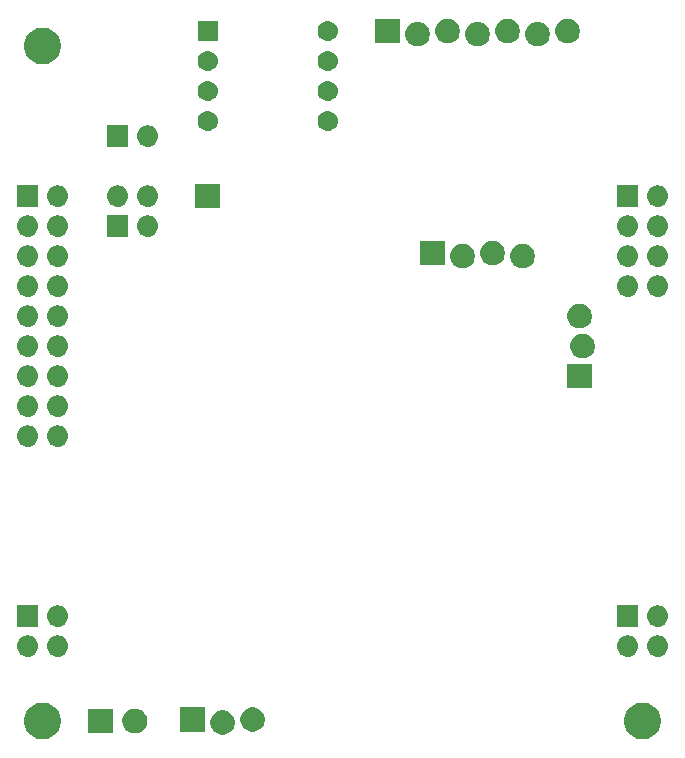
<source format=gbr>
G04 #@! TF.GenerationSoftware,KiCad,Pcbnew,5.1.0-060a0da~80~ubuntu18.10.1*
G04 #@! TF.CreationDate,2019-03-25T12:08:20+01:00*
G04 #@! TF.ProjectId,project-embeddedSystemDesign2,70726f6a-6563-4742-9d65-6d6265646465,rev?*
G04 #@! TF.SameCoordinates,Original*
G04 #@! TF.FileFunction,Soldermask,Bot*
G04 #@! TF.FilePolarity,Negative*
%FSLAX46Y46*%
G04 Gerber Fmt 4.6, Leading zero omitted, Abs format (unit mm)*
G04 Created by KiCad (PCBNEW 5.1.0-060a0da~80~ubuntu18.10.1) date 2019-03-25 12:08:20*
%MOMM*%
%LPD*%
G04 APERTURE LIST*
%ADD10C,0.100000*%
G04 APERTURE END LIST*
D10*
G36*
X152702585Y-98808802D02*
G01*
X152852410Y-98838604D01*
X153134674Y-98955521D01*
X153388705Y-99125259D01*
X153604741Y-99341295D01*
X153774479Y-99595326D01*
X153891396Y-99877590D01*
X153951000Y-100177240D01*
X153951000Y-100482760D01*
X153891396Y-100782410D01*
X153774479Y-101064674D01*
X153604741Y-101318705D01*
X153388705Y-101534741D01*
X153134674Y-101704479D01*
X152852410Y-101821396D01*
X152702585Y-101851198D01*
X152552761Y-101881000D01*
X152247239Y-101881000D01*
X152097415Y-101851198D01*
X151947590Y-101821396D01*
X151665326Y-101704479D01*
X151411295Y-101534741D01*
X151195259Y-101318705D01*
X151025521Y-101064674D01*
X150908604Y-100782410D01*
X150849000Y-100482760D01*
X150849000Y-100177240D01*
X150908604Y-99877590D01*
X151025521Y-99595326D01*
X151195259Y-99341295D01*
X151411295Y-99125259D01*
X151665326Y-98955521D01*
X151947590Y-98838604D01*
X152097415Y-98808802D01*
X152247239Y-98779000D01*
X152552761Y-98779000D01*
X152702585Y-98808802D01*
X152702585Y-98808802D01*
G37*
G36*
X101902585Y-98808802D02*
G01*
X102052410Y-98838604D01*
X102334674Y-98955521D01*
X102588705Y-99125259D01*
X102804741Y-99341295D01*
X102974479Y-99595326D01*
X103091396Y-99877590D01*
X103151000Y-100177240D01*
X103151000Y-100482760D01*
X103091396Y-100782410D01*
X102974479Y-101064674D01*
X102804741Y-101318705D01*
X102588705Y-101534741D01*
X102334674Y-101704479D01*
X102052410Y-101821396D01*
X101902585Y-101851198D01*
X101752761Y-101881000D01*
X101447239Y-101881000D01*
X101297415Y-101851198D01*
X101147590Y-101821396D01*
X100865326Y-101704479D01*
X100611295Y-101534741D01*
X100395259Y-101318705D01*
X100225521Y-101064674D01*
X100108604Y-100782410D01*
X100049000Y-100482760D01*
X100049000Y-100177240D01*
X100108604Y-99877590D01*
X100225521Y-99595326D01*
X100395259Y-99341295D01*
X100611295Y-99125259D01*
X100865326Y-98955521D01*
X101147590Y-98838604D01*
X101297415Y-98808802D01*
X101447239Y-98779000D01*
X101752761Y-98779000D01*
X101902585Y-98808802D01*
X101902585Y-98808802D01*
G37*
G36*
X117143765Y-99455620D02*
G01*
X117301829Y-99521092D01*
X117333288Y-99534123D01*
X117503854Y-99648092D01*
X117648908Y-99793146D01*
X117762877Y-99963712D01*
X117762878Y-99963714D01*
X117841380Y-100153235D01*
X117881400Y-100354430D01*
X117881400Y-100559570D01*
X117841380Y-100760765D01*
X117797437Y-100866854D01*
X117762877Y-100950288D01*
X117648908Y-101120854D01*
X117503854Y-101265908D01*
X117333288Y-101379877D01*
X117333287Y-101379878D01*
X117333286Y-101379878D01*
X117143765Y-101458380D01*
X116942570Y-101498400D01*
X116737430Y-101498400D01*
X116536235Y-101458380D01*
X116346714Y-101379878D01*
X116346713Y-101379878D01*
X116346712Y-101379877D01*
X116176146Y-101265908D01*
X116031092Y-101120854D01*
X115917123Y-100950288D01*
X115882564Y-100866854D01*
X115838620Y-100760765D01*
X115798600Y-100559570D01*
X115798600Y-100354430D01*
X115838620Y-100153235D01*
X115917122Y-99963714D01*
X115917123Y-99963712D01*
X116031092Y-99793146D01*
X116176146Y-99648092D01*
X116346712Y-99534123D01*
X116378172Y-99521092D01*
X116536235Y-99455620D01*
X116737430Y-99415600D01*
X116942570Y-99415600D01*
X117143765Y-99455620D01*
X117143765Y-99455620D01*
G37*
G36*
X109701565Y-99328620D02*
G01*
X109859629Y-99394092D01*
X109891088Y-99407123D01*
X110061654Y-99521092D01*
X110206708Y-99666146D01*
X110206709Y-99666148D01*
X110320678Y-99836714D01*
X110399180Y-100026235D01*
X110439200Y-100227430D01*
X110439200Y-100432570D01*
X110429216Y-100482761D01*
X110399180Y-100633765D01*
X110320677Y-100823288D01*
X110206708Y-100993854D01*
X110061654Y-101138908D01*
X109891088Y-101252877D01*
X109891087Y-101252878D01*
X109891086Y-101252878D01*
X109701565Y-101331380D01*
X109500370Y-101371400D01*
X109295230Y-101371400D01*
X109094035Y-101331380D01*
X108904514Y-101252878D01*
X108904513Y-101252878D01*
X108904512Y-101252877D01*
X108733946Y-101138908D01*
X108588892Y-100993854D01*
X108474923Y-100823288D01*
X108396420Y-100633765D01*
X108366384Y-100482761D01*
X108356400Y-100432570D01*
X108356400Y-100227430D01*
X108396420Y-100026235D01*
X108474922Y-99836714D01*
X108588891Y-99666148D01*
X108588892Y-99666146D01*
X108733946Y-99521092D01*
X108904512Y-99407123D01*
X108935972Y-99394092D01*
X109094035Y-99328620D01*
X109295230Y-99288600D01*
X109500370Y-99288600D01*
X109701565Y-99328620D01*
X109701565Y-99328620D01*
G37*
G36*
X107543600Y-101371400D02*
G01*
X105460800Y-101371400D01*
X105460800Y-99288600D01*
X107543600Y-99288600D01*
X107543600Y-101371400D01*
X107543600Y-101371400D01*
G37*
G36*
X115341400Y-101244400D02*
G01*
X113258600Y-101244400D01*
X113258600Y-99161600D01*
X115341400Y-99161600D01*
X115341400Y-101244400D01*
X115341400Y-101244400D01*
G37*
G36*
X119683765Y-99201620D02*
G01*
X119873288Y-99280123D01*
X120043854Y-99394092D01*
X120188908Y-99539146D01*
X120273767Y-99666146D01*
X120302878Y-99709714D01*
X120337437Y-99793148D01*
X120381380Y-99899235D01*
X120421400Y-100100431D01*
X120421400Y-100305569D01*
X120381380Y-100506765D01*
X120302877Y-100696288D01*
X120188908Y-100866854D01*
X120043854Y-101011908D01*
X119873288Y-101125877D01*
X119873287Y-101125878D01*
X119873286Y-101125878D01*
X119683765Y-101204380D01*
X119482570Y-101244400D01*
X119277430Y-101244400D01*
X119076235Y-101204380D01*
X118886714Y-101125878D01*
X118886713Y-101125878D01*
X118886712Y-101125877D01*
X118716146Y-101011908D01*
X118571092Y-100866854D01*
X118457123Y-100696288D01*
X118378620Y-100506765D01*
X118338600Y-100305569D01*
X118338600Y-100100431D01*
X118378620Y-99899235D01*
X118422563Y-99793148D01*
X118457122Y-99709714D01*
X118486233Y-99666146D01*
X118571092Y-99539146D01*
X118716146Y-99394092D01*
X118886712Y-99280123D01*
X119076235Y-99201620D01*
X119277430Y-99161600D01*
X119482570Y-99161600D01*
X119683765Y-99201620D01*
X119683765Y-99201620D01*
G37*
G36*
X102980443Y-93085519D02*
G01*
X103046627Y-93092037D01*
X103216466Y-93143557D01*
X103372991Y-93227222D01*
X103408729Y-93256552D01*
X103510186Y-93339814D01*
X103593448Y-93441271D01*
X103622778Y-93477009D01*
X103706443Y-93633534D01*
X103757963Y-93803373D01*
X103775359Y-93980000D01*
X103757963Y-94156627D01*
X103706443Y-94326466D01*
X103622778Y-94482991D01*
X103593448Y-94518729D01*
X103510186Y-94620186D01*
X103408729Y-94703448D01*
X103372991Y-94732778D01*
X103216466Y-94816443D01*
X103046627Y-94867963D01*
X102980443Y-94874481D01*
X102914260Y-94881000D01*
X102825740Y-94881000D01*
X102759557Y-94874481D01*
X102693373Y-94867963D01*
X102523534Y-94816443D01*
X102367009Y-94732778D01*
X102331271Y-94703448D01*
X102229814Y-94620186D01*
X102146552Y-94518729D01*
X102117222Y-94482991D01*
X102033557Y-94326466D01*
X101982037Y-94156627D01*
X101964641Y-93980000D01*
X101982037Y-93803373D01*
X102033557Y-93633534D01*
X102117222Y-93477009D01*
X102146552Y-93441271D01*
X102229814Y-93339814D01*
X102331271Y-93256552D01*
X102367009Y-93227222D01*
X102523534Y-93143557D01*
X102693373Y-93092037D01*
X102759557Y-93085519D01*
X102825740Y-93079000D01*
X102914260Y-93079000D01*
X102980443Y-93085519D01*
X102980443Y-93085519D01*
G37*
G36*
X151240443Y-93085519D02*
G01*
X151306627Y-93092037D01*
X151476466Y-93143557D01*
X151632991Y-93227222D01*
X151668729Y-93256552D01*
X151770186Y-93339814D01*
X151853448Y-93441271D01*
X151882778Y-93477009D01*
X151966443Y-93633534D01*
X152017963Y-93803373D01*
X152035359Y-93980000D01*
X152017963Y-94156627D01*
X151966443Y-94326466D01*
X151882778Y-94482991D01*
X151853448Y-94518729D01*
X151770186Y-94620186D01*
X151668729Y-94703448D01*
X151632991Y-94732778D01*
X151476466Y-94816443D01*
X151306627Y-94867963D01*
X151240443Y-94874481D01*
X151174260Y-94881000D01*
X151085740Y-94881000D01*
X151019557Y-94874481D01*
X150953373Y-94867963D01*
X150783534Y-94816443D01*
X150627009Y-94732778D01*
X150591271Y-94703448D01*
X150489814Y-94620186D01*
X150406552Y-94518729D01*
X150377222Y-94482991D01*
X150293557Y-94326466D01*
X150242037Y-94156627D01*
X150224641Y-93980000D01*
X150242037Y-93803373D01*
X150293557Y-93633534D01*
X150377222Y-93477009D01*
X150406552Y-93441271D01*
X150489814Y-93339814D01*
X150591271Y-93256552D01*
X150627009Y-93227222D01*
X150783534Y-93143557D01*
X150953373Y-93092037D01*
X151019557Y-93085519D01*
X151085740Y-93079000D01*
X151174260Y-93079000D01*
X151240443Y-93085519D01*
X151240443Y-93085519D01*
G37*
G36*
X153780443Y-93085519D02*
G01*
X153846627Y-93092037D01*
X154016466Y-93143557D01*
X154172991Y-93227222D01*
X154208729Y-93256552D01*
X154310186Y-93339814D01*
X154393448Y-93441271D01*
X154422778Y-93477009D01*
X154506443Y-93633534D01*
X154557963Y-93803373D01*
X154575359Y-93980000D01*
X154557963Y-94156627D01*
X154506443Y-94326466D01*
X154422778Y-94482991D01*
X154393448Y-94518729D01*
X154310186Y-94620186D01*
X154208729Y-94703448D01*
X154172991Y-94732778D01*
X154016466Y-94816443D01*
X153846627Y-94867963D01*
X153780443Y-94874481D01*
X153714260Y-94881000D01*
X153625740Y-94881000D01*
X153559557Y-94874481D01*
X153493373Y-94867963D01*
X153323534Y-94816443D01*
X153167009Y-94732778D01*
X153131271Y-94703448D01*
X153029814Y-94620186D01*
X152946552Y-94518729D01*
X152917222Y-94482991D01*
X152833557Y-94326466D01*
X152782037Y-94156627D01*
X152764641Y-93980000D01*
X152782037Y-93803373D01*
X152833557Y-93633534D01*
X152917222Y-93477009D01*
X152946552Y-93441271D01*
X153029814Y-93339814D01*
X153131271Y-93256552D01*
X153167009Y-93227222D01*
X153323534Y-93143557D01*
X153493373Y-93092037D01*
X153559557Y-93085519D01*
X153625740Y-93079000D01*
X153714260Y-93079000D01*
X153780443Y-93085519D01*
X153780443Y-93085519D01*
G37*
G36*
X100440443Y-93085519D02*
G01*
X100506627Y-93092037D01*
X100676466Y-93143557D01*
X100832991Y-93227222D01*
X100868729Y-93256552D01*
X100970186Y-93339814D01*
X101053448Y-93441271D01*
X101082778Y-93477009D01*
X101166443Y-93633534D01*
X101217963Y-93803373D01*
X101235359Y-93980000D01*
X101217963Y-94156627D01*
X101166443Y-94326466D01*
X101082778Y-94482991D01*
X101053448Y-94518729D01*
X100970186Y-94620186D01*
X100868729Y-94703448D01*
X100832991Y-94732778D01*
X100676466Y-94816443D01*
X100506627Y-94867963D01*
X100440443Y-94874481D01*
X100374260Y-94881000D01*
X100285740Y-94881000D01*
X100219557Y-94874481D01*
X100153373Y-94867963D01*
X99983534Y-94816443D01*
X99827009Y-94732778D01*
X99791271Y-94703448D01*
X99689814Y-94620186D01*
X99606552Y-94518729D01*
X99577222Y-94482991D01*
X99493557Y-94326466D01*
X99442037Y-94156627D01*
X99424641Y-93980000D01*
X99442037Y-93803373D01*
X99493557Y-93633534D01*
X99577222Y-93477009D01*
X99606552Y-93441271D01*
X99689814Y-93339814D01*
X99791271Y-93256552D01*
X99827009Y-93227222D01*
X99983534Y-93143557D01*
X100153373Y-93092037D01*
X100219557Y-93085519D01*
X100285740Y-93079000D01*
X100374260Y-93079000D01*
X100440443Y-93085519D01*
X100440443Y-93085519D01*
G37*
G36*
X101231000Y-92341000D02*
G01*
X99429000Y-92341000D01*
X99429000Y-90539000D01*
X101231000Y-90539000D01*
X101231000Y-92341000D01*
X101231000Y-92341000D01*
G37*
G36*
X102980443Y-90545519D02*
G01*
X103046627Y-90552037D01*
X103216466Y-90603557D01*
X103372991Y-90687222D01*
X103408729Y-90716552D01*
X103510186Y-90799814D01*
X103593448Y-90901271D01*
X103622778Y-90937009D01*
X103706443Y-91093534D01*
X103757963Y-91263373D01*
X103775359Y-91440000D01*
X103757963Y-91616627D01*
X103706443Y-91786466D01*
X103622778Y-91942991D01*
X103593448Y-91978729D01*
X103510186Y-92080186D01*
X103408729Y-92163448D01*
X103372991Y-92192778D01*
X103216466Y-92276443D01*
X103046627Y-92327963D01*
X102980443Y-92334481D01*
X102914260Y-92341000D01*
X102825740Y-92341000D01*
X102759557Y-92334481D01*
X102693373Y-92327963D01*
X102523534Y-92276443D01*
X102367009Y-92192778D01*
X102331271Y-92163448D01*
X102229814Y-92080186D01*
X102146552Y-91978729D01*
X102117222Y-91942991D01*
X102033557Y-91786466D01*
X101982037Y-91616627D01*
X101964641Y-91440000D01*
X101982037Y-91263373D01*
X102033557Y-91093534D01*
X102117222Y-90937009D01*
X102146552Y-90901271D01*
X102229814Y-90799814D01*
X102331271Y-90716552D01*
X102367009Y-90687222D01*
X102523534Y-90603557D01*
X102693373Y-90552037D01*
X102759557Y-90545519D01*
X102825740Y-90539000D01*
X102914260Y-90539000D01*
X102980443Y-90545519D01*
X102980443Y-90545519D01*
G37*
G36*
X152031000Y-92341000D02*
G01*
X150229000Y-92341000D01*
X150229000Y-90539000D01*
X152031000Y-90539000D01*
X152031000Y-92341000D01*
X152031000Y-92341000D01*
G37*
G36*
X153780443Y-90545519D02*
G01*
X153846627Y-90552037D01*
X154016466Y-90603557D01*
X154172991Y-90687222D01*
X154208729Y-90716552D01*
X154310186Y-90799814D01*
X154393448Y-90901271D01*
X154422778Y-90937009D01*
X154506443Y-91093534D01*
X154557963Y-91263373D01*
X154575359Y-91440000D01*
X154557963Y-91616627D01*
X154506443Y-91786466D01*
X154422778Y-91942991D01*
X154393448Y-91978729D01*
X154310186Y-92080186D01*
X154208729Y-92163448D01*
X154172991Y-92192778D01*
X154016466Y-92276443D01*
X153846627Y-92327963D01*
X153780443Y-92334481D01*
X153714260Y-92341000D01*
X153625740Y-92341000D01*
X153559557Y-92334481D01*
X153493373Y-92327963D01*
X153323534Y-92276443D01*
X153167009Y-92192778D01*
X153131271Y-92163448D01*
X153029814Y-92080186D01*
X152946552Y-91978729D01*
X152917222Y-91942991D01*
X152833557Y-91786466D01*
X152782037Y-91616627D01*
X152764641Y-91440000D01*
X152782037Y-91263373D01*
X152833557Y-91093534D01*
X152917222Y-90937009D01*
X152946552Y-90901271D01*
X153029814Y-90799814D01*
X153131271Y-90716552D01*
X153167009Y-90687222D01*
X153323534Y-90603557D01*
X153493373Y-90552037D01*
X153559557Y-90545519D01*
X153625740Y-90539000D01*
X153714260Y-90539000D01*
X153780443Y-90545519D01*
X153780443Y-90545519D01*
G37*
G36*
X102980442Y-75305518D02*
G01*
X103046627Y-75312037D01*
X103216466Y-75363557D01*
X103372991Y-75447222D01*
X103408729Y-75476552D01*
X103510186Y-75559814D01*
X103593448Y-75661271D01*
X103622778Y-75697009D01*
X103706443Y-75853534D01*
X103757963Y-76023373D01*
X103775359Y-76200000D01*
X103757963Y-76376627D01*
X103706443Y-76546466D01*
X103622778Y-76702991D01*
X103593448Y-76738729D01*
X103510186Y-76840186D01*
X103408729Y-76923448D01*
X103372991Y-76952778D01*
X103216466Y-77036443D01*
X103046627Y-77087963D01*
X102980442Y-77094482D01*
X102914260Y-77101000D01*
X102825740Y-77101000D01*
X102759558Y-77094482D01*
X102693373Y-77087963D01*
X102523534Y-77036443D01*
X102367009Y-76952778D01*
X102331271Y-76923448D01*
X102229814Y-76840186D01*
X102146552Y-76738729D01*
X102117222Y-76702991D01*
X102033557Y-76546466D01*
X101982037Y-76376627D01*
X101964641Y-76200000D01*
X101982037Y-76023373D01*
X102033557Y-75853534D01*
X102117222Y-75697009D01*
X102146552Y-75661271D01*
X102229814Y-75559814D01*
X102331271Y-75476552D01*
X102367009Y-75447222D01*
X102523534Y-75363557D01*
X102693373Y-75312037D01*
X102759558Y-75305518D01*
X102825740Y-75299000D01*
X102914260Y-75299000D01*
X102980442Y-75305518D01*
X102980442Y-75305518D01*
G37*
G36*
X100440442Y-75305518D02*
G01*
X100506627Y-75312037D01*
X100676466Y-75363557D01*
X100832991Y-75447222D01*
X100868729Y-75476552D01*
X100970186Y-75559814D01*
X101053448Y-75661271D01*
X101082778Y-75697009D01*
X101166443Y-75853534D01*
X101217963Y-76023373D01*
X101235359Y-76200000D01*
X101217963Y-76376627D01*
X101166443Y-76546466D01*
X101082778Y-76702991D01*
X101053448Y-76738729D01*
X100970186Y-76840186D01*
X100868729Y-76923448D01*
X100832991Y-76952778D01*
X100676466Y-77036443D01*
X100506627Y-77087963D01*
X100440442Y-77094482D01*
X100374260Y-77101000D01*
X100285740Y-77101000D01*
X100219558Y-77094482D01*
X100153373Y-77087963D01*
X99983534Y-77036443D01*
X99827009Y-76952778D01*
X99791271Y-76923448D01*
X99689814Y-76840186D01*
X99606552Y-76738729D01*
X99577222Y-76702991D01*
X99493557Y-76546466D01*
X99442037Y-76376627D01*
X99424641Y-76200000D01*
X99442037Y-76023373D01*
X99493557Y-75853534D01*
X99577222Y-75697009D01*
X99606552Y-75661271D01*
X99689814Y-75559814D01*
X99791271Y-75476552D01*
X99827009Y-75447222D01*
X99983534Y-75363557D01*
X100153373Y-75312037D01*
X100219558Y-75305518D01*
X100285740Y-75299000D01*
X100374260Y-75299000D01*
X100440442Y-75305518D01*
X100440442Y-75305518D01*
G37*
G36*
X102980442Y-72765518D02*
G01*
X103046627Y-72772037D01*
X103216466Y-72823557D01*
X103372991Y-72907222D01*
X103408729Y-72936552D01*
X103510186Y-73019814D01*
X103593448Y-73121271D01*
X103622778Y-73157009D01*
X103706443Y-73313534D01*
X103757963Y-73483373D01*
X103775359Y-73660000D01*
X103757963Y-73836627D01*
X103706443Y-74006466D01*
X103622778Y-74162991D01*
X103593448Y-74198729D01*
X103510186Y-74300186D01*
X103408729Y-74383448D01*
X103372991Y-74412778D01*
X103216466Y-74496443D01*
X103046627Y-74547963D01*
X102980442Y-74554482D01*
X102914260Y-74561000D01*
X102825740Y-74561000D01*
X102759558Y-74554482D01*
X102693373Y-74547963D01*
X102523534Y-74496443D01*
X102367009Y-74412778D01*
X102331271Y-74383448D01*
X102229814Y-74300186D01*
X102146552Y-74198729D01*
X102117222Y-74162991D01*
X102033557Y-74006466D01*
X101982037Y-73836627D01*
X101964641Y-73660000D01*
X101982037Y-73483373D01*
X102033557Y-73313534D01*
X102117222Y-73157009D01*
X102146552Y-73121271D01*
X102229814Y-73019814D01*
X102331271Y-72936552D01*
X102367009Y-72907222D01*
X102523534Y-72823557D01*
X102693373Y-72772037D01*
X102759558Y-72765518D01*
X102825740Y-72759000D01*
X102914260Y-72759000D01*
X102980442Y-72765518D01*
X102980442Y-72765518D01*
G37*
G36*
X100440442Y-72765518D02*
G01*
X100506627Y-72772037D01*
X100676466Y-72823557D01*
X100832991Y-72907222D01*
X100868729Y-72936552D01*
X100970186Y-73019814D01*
X101053448Y-73121271D01*
X101082778Y-73157009D01*
X101166443Y-73313534D01*
X101217963Y-73483373D01*
X101235359Y-73660000D01*
X101217963Y-73836627D01*
X101166443Y-74006466D01*
X101082778Y-74162991D01*
X101053448Y-74198729D01*
X100970186Y-74300186D01*
X100868729Y-74383448D01*
X100832991Y-74412778D01*
X100676466Y-74496443D01*
X100506627Y-74547963D01*
X100440442Y-74554482D01*
X100374260Y-74561000D01*
X100285740Y-74561000D01*
X100219558Y-74554482D01*
X100153373Y-74547963D01*
X99983534Y-74496443D01*
X99827009Y-74412778D01*
X99791271Y-74383448D01*
X99689814Y-74300186D01*
X99606552Y-74198729D01*
X99577222Y-74162991D01*
X99493557Y-74006466D01*
X99442037Y-73836627D01*
X99424641Y-73660000D01*
X99442037Y-73483373D01*
X99493557Y-73313534D01*
X99577222Y-73157009D01*
X99606552Y-73121271D01*
X99689814Y-73019814D01*
X99791271Y-72936552D01*
X99827009Y-72907222D01*
X99983534Y-72823557D01*
X100153373Y-72772037D01*
X100219558Y-72765518D01*
X100285740Y-72759000D01*
X100374260Y-72759000D01*
X100440442Y-72765518D01*
X100440442Y-72765518D01*
G37*
G36*
X148107400Y-72161400D02*
G01*
X146024600Y-72161400D01*
X146024600Y-70078600D01*
X148107400Y-70078600D01*
X148107400Y-72161400D01*
X148107400Y-72161400D01*
G37*
G36*
X102980442Y-70225518D02*
G01*
X103046627Y-70232037D01*
X103216466Y-70283557D01*
X103372991Y-70367222D01*
X103408729Y-70396552D01*
X103510186Y-70479814D01*
X103593448Y-70581271D01*
X103622778Y-70617009D01*
X103706443Y-70773534D01*
X103757963Y-70943373D01*
X103775359Y-71120000D01*
X103757963Y-71296627D01*
X103706443Y-71466466D01*
X103622778Y-71622991D01*
X103593448Y-71658729D01*
X103510186Y-71760186D01*
X103408729Y-71843448D01*
X103372991Y-71872778D01*
X103216466Y-71956443D01*
X103046627Y-72007963D01*
X102980443Y-72014481D01*
X102914260Y-72021000D01*
X102825740Y-72021000D01*
X102759557Y-72014481D01*
X102693373Y-72007963D01*
X102523534Y-71956443D01*
X102367009Y-71872778D01*
X102331271Y-71843448D01*
X102229814Y-71760186D01*
X102146552Y-71658729D01*
X102117222Y-71622991D01*
X102033557Y-71466466D01*
X101982037Y-71296627D01*
X101964641Y-71120000D01*
X101982037Y-70943373D01*
X102033557Y-70773534D01*
X102117222Y-70617009D01*
X102146552Y-70581271D01*
X102229814Y-70479814D01*
X102331271Y-70396552D01*
X102367009Y-70367222D01*
X102523534Y-70283557D01*
X102693373Y-70232037D01*
X102759558Y-70225518D01*
X102825740Y-70219000D01*
X102914260Y-70219000D01*
X102980442Y-70225518D01*
X102980442Y-70225518D01*
G37*
G36*
X100440442Y-70225518D02*
G01*
X100506627Y-70232037D01*
X100676466Y-70283557D01*
X100832991Y-70367222D01*
X100868729Y-70396552D01*
X100970186Y-70479814D01*
X101053448Y-70581271D01*
X101082778Y-70617009D01*
X101166443Y-70773534D01*
X101217963Y-70943373D01*
X101235359Y-71120000D01*
X101217963Y-71296627D01*
X101166443Y-71466466D01*
X101082778Y-71622991D01*
X101053448Y-71658729D01*
X100970186Y-71760186D01*
X100868729Y-71843448D01*
X100832991Y-71872778D01*
X100676466Y-71956443D01*
X100506627Y-72007963D01*
X100440443Y-72014481D01*
X100374260Y-72021000D01*
X100285740Y-72021000D01*
X100219557Y-72014481D01*
X100153373Y-72007963D01*
X99983534Y-71956443D01*
X99827009Y-71872778D01*
X99791271Y-71843448D01*
X99689814Y-71760186D01*
X99606552Y-71658729D01*
X99577222Y-71622991D01*
X99493557Y-71466466D01*
X99442037Y-71296627D01*
X99424641Y-71120000D01*
X99442037Y-70943373D01*
X99493557Y-70773534D01*
X99577222Y-70617009D01*
X99606552Y-70581271D01*
X99689814Y-70479814D01*
X99791271Y-70396552D01*
X99827009Y-70367222D01*
X99983534Y-70283557D01*
X100153373Y-70232037D01*
X100219558Y-70225518D01*
X100285740Y-70219000D01*
X100374260Y-70219000D01*
X100440442Y-70225518D01*
X100440442Y-70225518D01*
G37*
G36*
X147623765Y-67578620D02*
G01*
X147813288Y-67657123D01*
X147983854Y-67771092D01*
X148128908Y-67916146D01*
X148236395Y-68077011D01*
X148242878Y-68086714D01*
X148321380Y-68276235D01*
X148361400Y-68477430D01*
X148361400Y-68682570D01*
X148346669Y-68756627D01*
X148321380Y-68883765D01*
X148242877Y-69073288D01*
X148128908Y-69243854D01*
X147983854Y-69388908D01*
X147813288Y-69502877D01*
X147813287Y-69502878D01*
X147813286Y-69502878D01*
X147623765Y-69581380D01*
X147422570Y-69621400D01*
X147217430Y-69621400D01*
X147016235Y-69581380D01*
X146826714Y-69502878D01*
X146826713Y-69502878D01*
X146826712Y-69502877D01*
X146656146Y-69388908D01*
X146511092Y-69243854D01*
X146397123Y-69073288D01*
X146318620Y-68883765D01*
X146293331Y-68756627D01*
X146278600Y-68682570D01*
X146278600Y-68477430D01*
X146318620Y-68276235D01*
X146397122Y-68086714D01*
X146403605Y-68077011D01*
X146511092Y-67916146D01*
X146656146Y-67771092D01*
X146826712Y-67657123D01*
X147016235Y-67578620D01*
X147217430Y-67538600D01*
X147422570Y-67538600D01*
X147623765Y-67578620D01*
X147623765Y-67578620D01*
G37*
G36*
X100440443Y-67685519D02*
G01*
X100506627Y-67692037D01*
X100676466Y-67743557D01*
X100832991Y-67827222D01*
X100868729Y-67856552D01*
X100970186Y-67939814D01*
X101053448Y-68041271D01*
X101082778Y-68077009D01*
X101166443Y-68233534D01*
X101217963Y-68403373D01*
X101235359Y-68580000D01*
X101217963Y-68756627D01*
X101166443Y-68926466D01*
X101082778Y-69082991D01*
X101053448Y-69118729D01*
X100970186Y-69220186D01*
X100868729Y-69303448D01*
X100832991Y-69332778D01*
X100676466Y-69416443D01*
X100506627Y-69467963D01*
X100440442Y-69474482D01*
X100374260Y-69481000D01*
X100285740Y-69481000D01*
X100219558Y-69474482D01*
X100153373Y-69467963D01*
X99983534Y-69416443D01*
X99827009Y-69332778D01*
X99791271Y-69303448D01*
X99689814Y-69220186D01*
X99606552Y-69118729D01*
X99577222Y-69082991D01*
X99493557Y-68926466D01*
X99442037Y-68756627D01*
X99424641Y-68580000D01*
X99442037Y-68403373D01*
X99493557Y-68233534D01*
X99577222Y-68077009D01*
X99606552Y-68041271D01*
X99689814Y-67939814D01*
X99791271Y-67856552D01*
X99827009Y-67827222D01*
X99983534Y-67743557D01*
X100153373Y-67692037D01*
X100219557Y-67685519D01*
X100285740Y-67679000D01*
X100374260Y-67679000D01*
X100440443Y-67685519D01*
X100440443Y-67685519D01*
G37*
G36*
X102980443Y-67685519D02*
G01*
X103046627Y-67692037D01*
X103216466Y-67743557D01*
X103372991Y-67827222D01*
X103408729Y-67856552D01*
X103510186Y-67939814D01*
X103593448Y-68041271D01*
X103622778Y-68077009D01*
X103706443Y-68233534D01*
X103757963Y-68403373D01*
X103775359Y-68580000D01*
X103757963Y-68756627D01*
X103706443Y-68926466D01*
X103622778Y-69082991D01*
X103593448Y-69118729D01*
X103510186Y-69220186D01*
X103408729Y-69303448D01*
X103372991Y-69332778D01*
X103216466Y-69416443D01*
X103046627Y-69467963D01*
X102980442Y-69474482D01*
X102914260Y-69481000D01*
X102825740Y-69481000D01*
X102759558Y-69474482D01*
X102693373Y-69467963D01*
X102523534Y-69416443D01*
X102367009Y-69332778D01*
X102331271Y-69303448D01*
X102229814Y-69220186D01*
X102146552Y-69118729D01*
X102117222Y-69082991D01*
X102033557Y-68926466D01*
X101982037Y-68756627D01*
X101964641Y-68580000D01*
X101982037Y-68403373D01*
X102033557Y-68233534D01*
X102117222Y-68077009D01*
X102146552Y-68041271D01*
X102229814Y-67939814D01*
X102331271Y-67856552D01*
X102367009Y-67827222D01*
X102523534Y-67743557D01*
X102693373Y-67692037D01*
X102759557Y-67685519D01*
X102825740Y-67679000D01*
X102914260Y-67679000D01*
X102980443Y-67685519D01*
X102980443Y-67685519D01*
G37*
G36*
X147369765Y-65038620D02*
G01*
X147559288Y-65117123D01*
X147729854Y-65231092D01*
X147874908Y-65376146D01*
X147982395Y-65537011D01*
X147988878Y-65546714D01*
X148067380Y-65736235D01*
X148107400Y-65937430D01*
X148107400Y-66142570D01*
X148092669Y-66216627D01*
X148067380Y-66343765D01*
X147988877Y-66533288D01*
X147874908Y-66703854D01*
X147729854Y-66848908D01*
X147559288Y-66962877D01*
X147559287Y-66962878D01*
X147559286Y-66962878D01*
X147369765Y-67041380D01*
X147168570Y-67081400D01*
X146963430Y-67081400D01*
X146762235Y-67041380D01*
X146572714Y-66962878D01*
X146572713Y-66962878D01*
X146572712Y-66962877D01*
X146402146Y-66848908D01*
X146257092Y-66703854D01*
X146143123Y-66533288D01*
X146064620Y-66343765D01*
X146039331Y-66216627D01*
X146024600Y-66142570D01*
X146024600Y-65937430D01*
X146064620Y-65736235D01*
X146143122Y-65546714D01*
X146149605Y-65537011D01*
X146257092Y-65376146D01*
X146402146Y-65231092D01*
X146572712Y-65117123D01*
X146762235Y-65038620D01*
X146963430Y-64998600D01*
X147168570Y-64998600D01*
X147369765Y-65038620D01*
X147369765Y-65038620D01*
G37*
G36*
X100440442Y-65145518D02*
G01*
X100506627Y-65152037D01*
X100676466Y-65203557D01*
X100832991Y-65287222D01*
X100868729Y-65316552D01*
X100970186Y-65399814D01*
X101053448Y-65501271D01*
X101082778Y-65537009D01*
X101166443Y-65693534D01*
X101217963Y-65863373D01*
X101235359Y-66040000D01*
X101217963Y-66216627D01*
X101166443Y-66386466D01*
X101082778Y-66542991D01*
X101053448Y-66578729D01*
X100970186Y-66680186D01*
X100868729Y-66763448D01*
X100832991Y-66792778D01*
X100676466Y-66876443D01*
X100506627Y-66927963D01*
X100440442Y-66934482D01*
X100374260Y-66941000D01*
X100285740Y-66941000D01*
X100219558Y-66934482D01*
X100153373Y-66927963D01*
X99983534Y-66876443D01*
X99827009Y-66792778D01*
X99791271Y-66763448D01*
X99689814Y-66680186D01*
X99606552Y-66578729D01*
X99577222Y-66542991D01*
X99493557Y-66386466D01*
X99442037Y-66216627D01*
X99424641Y-66040000D01*
X99442037Y-65863373D01*
X99493557Y-65693534D01*
X99577222Y-65537009D01*
X99606552Y-65501271D01*
X99689814Y-65399814D01*
X99791271Y-65316552D01*
X99827009Y-65287222D01*
X99983534Y-65203557D01*
X100153373Y-65152037D01*
X100219558Y-65145518D01*
X100285740Y-65139000D01*
X100374260Y-65139000D01*
X100440442Y-65145518D01*
X100440442Y-65145518D01*
G37*
G36*
X102980442Y-65145518D02*
G01*
X103046627Y-65152037D01*
X103216466Y-65203557D01*
X103372991Y-65287222D01*
X103408729Y-65316552D01*
X103510186Y-65399814D01*
X103593448Y-65501271D01*
X103622778Y-65537009D01*
X103706443Y-65693534D01*
X103757963Y-65863373D01*
X103775359Y-66040000D01*
X103757963Y-66216627D01*
X103706443Y-66386466D01*
X103622778Y-66542991D01*
X103593448Y-66578729D01*
X103510186Y-66680186D01*
X103408729Y-66763448D01*
X103372991Y-66792778D01*
X103216466Y-66876443D01*
X103046627Y-66927963D01*
X102980442Y-66934482D01*
X102914260Y-66941000D01*
X102825740Y-66941000D01*
X102759558Y-66934482D01*
X102693373Y-66927963D01*
X102523534Y-66876443D01*
X102367009Y-66792778D01*
X102331271Y-66763448D01*
X102229814Y-66680186D01*
X102146552Y-66578729D01*
X102117222Y-66542991D01*
X102033557Y-66386466D01*
X101982037Y-66216627D01*
X101964641Y-66040000D01*
X101982037Y-65863373D01*
X102033557Y-65693534D01*
X102117222Y-65537009D01*
X102146552Y-65501271D01*
X102229814Y-65399814D01*
X102331271Y-65316552D01*
X102367009Y-65287222D01*
X102523534Y-65203557D01*
X102693373Y-65152037D01*
X102759558Y-65145518D01*
X102825740Y-65139000D01*
X102914260Y-65139000D01*
X102980442Y-65145518D01*
X102980442Y-65145518D01*
G37*
G36*
X151240442Y-62605518D02*
G01*
X151306627Y-62612037D01*
X151476466Y-62663557D01*
X151632991Y-62747222D01*
X151668729Y-62776552D01*
X151770186Y-62859814D01*
X151853448Y-62961271D01*
X151882778Y-62997009D01*
X151966443Y-63153534D01*
X152017963Y-63323373D01*
X152035359Y-63500000D01*
X152017963Y-63676627D01*
X151966443Y-63846466D01*
X151882778Y-64002991D01*
X151853448Y-64038729D01*
X151770186Y-64140186D01*
X151668729Y-64223448D01*
X151632991Y-64252778D01*
X151476466Y-64336443D01*
X151306627Y-64387963D01*
X151240442Y-64394482D01*
X151174260Y-64401000D01*
X151085740Y-64401000D01*
X151019558Y-64394482D01*
X150953373Y-64387963D01*
X150783534Y-64336443D01*
X150627009Y-64252778D01*
X150591271Y-64223448D01*
X150489814Y-64140186D01*
X150406552Y-64038729D01*
X150377222Y-64002991D01*
X150293557Y-63846466D01*
X150242037Y-63676627D01*
X150224641Y-63500000D01*
X150242037Y-63323373D01*
X150293557Y-63153534D01*
X150377222Y-62997009D01*
X150406552Y-62961271D01*
X150489814Y-62859814D01*
X150591271Y-62776552D01*
X150627009Y-62747222D01*
X150783534Y-62663557D01*
X150953373Y-62612037D01*
X151019558Y-62605518D01*
X151085740Y-62599000D01*
X151174260Y-62599000D01*
X151240442Y-62605518D01*
X151240442Y-62605518D01*
G37*
G36*
X153780442Y-62605518D02*
G01*
X153846627Y-62612037D01*
X154016466Y-62663557D01*
X154172991Y-62747222D01*
X154208729Y-62776552D01*
X154310186Y-62859814D01*
X154393448Y-62961271D01*
X154422778Y-62997009D01*
X154506443Y-63153534D01*
X154557963Y-63323373D01*
X154575359Y-63500000D01*
X154557963Y-63676627D01*
X154506443Y-63846466D01*
X154422778Y-64002991D01*
X154393448Y-64038729D01*
X154310186Y-64140186D01*
X154208729Y-64223448D01*
X154172991Y-64252778D01*
X154016466Y-64336443D01*
X153846627Y-64387963D01*
X153780442Y-64394482D01*
X153714260Y-64401000D01*
X153625740Y-64401000D01*
X153559558Y-64394482D01*
X153493373Y-64387963D01*
X153323534Y-64336443D01*
X153167009Y-64252778D01*
X153131271Y-64223448D01*
X153029814Y-64140186D01*
X152946552Y-64038729D01*
X152917222Y-64002991D01*
X152833557Y-63846466D01*
X152782037Y-63676627D01*
X152764641Y-63500000D01*
X152782037Y-63323373D01*
X152833557Y-63153534D01*
X152917222Y-62997009D01*
X152946552Y-62961271D01*
X153029814Y-62859814D01*
X153131271Y-62776552D01*
X153167009Y-62747222D01*
X153323534Y-62663557D01*
X153493373Y-62612037D01*
X153559558Y-62605518D01*
X153625740Y-62599000D01*
X153714260Y-62599000D01*
X153780442Y-62605518D01*
X153780442Y-62605518D01*
G37*
G36*
X102980442Y-62605518D02*
G01*
X103046627Y-62612037D01*
X103216466Y-62663557D01*
X103372991Y-62747222D01*
X103408729Y-62776552D01*
X103510186Y-62859814D01*
X103593448Y-62961271D01*
X103622778Y-62997009D01*
X103706443Y-63153534D01*
X103757963Y-63323373D01*
X103775359Y-63500000D01*
X103757963Y-63676627D01*
X103706443Y-63846466D01*
X103622778Y-64002991D01*
X103593448Y-64038729D01*
X103510186Y-64140186D01*
X103408729Y-64223448D01*
X103372991Y-64252778D01*
X103216466Y-64336443D01*
X103046627Y-64387963D01*
X102980442Y-64394482D01*
X102914260Y-64401000D01*
X102825740Y-64401000D01*
X102759558Y-64394482D01*
X102693373Y-64387963D01*
X102523534Y-64336443D01*
X102367009Y-64252778D01*
X102331271Y-64223448D01*
X102229814Y-64140186D01*
X102146552Y-64038729D01*
X102117222Y-64002991D01*
X102033557Y-63846466D01*
X101982037Y-63676627D01*
X101964641Y-63500000D01*
X101982037Y-63323373D01*
X102033557Y-63153534D01*
X102117222Y-62997009D01*
X102146552Y-62961271D01*
X102229814Y-62859814D01*
X102331271Y-62776552D01*
X102367009Y-62747222D01*
X102523534Y-62663557D01*
X102693373Y-62612037D01*
X102759558Y-62605518D01*
X102825740Y-62599000D01*
X102914260Y-62599000D01*
X102980442Y-62605518D01*
X102980442Y-62605518D01*
G37*
G36*
X100440442Y-62605518D02*
G01*
X100506627Y-62612037D01*
X100676466Y-62663557D01*
X100832991Y-62747222D01*
X100868729Y-62776552D01*
X100970186Y-62859814D01*
X101053448Y-62961271D01*
X101082778Y-62997009D01*
X101166443Y-63153534D01*
X101217963Y-63323373D01*
X101235359Y-63500000D01*
X101217963Y-63676627D01*
X101166443Y-63846466D01*
X101082778Y-64002991D01*
X101053448Y-64038729D01*
X100970186Y-64140186D01*
X100868729Y-64223448D01*
X100832991Y-64252778D01*
X100676466Y-64336443D01*
X100506627Y-64387963D01*
X100440442Y-64394482D01*
X100374260Y-64401000D01*
X100285740Y-64401000D01*
X100219558Y-64394482D01*
X100153373Y-64387963D01*
X99983534Y-64336443D01*
X99827009Y-64252778D01*
X99791271Y-64223448D01*
X99689814Y-64140186D01*
X99606552Y-64038729D01*
X99577222Y-64002991D01*
X99493557Y-63846466D01*
X99442037Y-63676627D01*
X99424641Y-63500000D01*
X99442037Y-63323373D01*
X99493557Y-63153534D01*
X99577222Y-62997009D01*
X99606552Y-62961271D01*
X99689814Y-62859814D01*
X99791271Y-62776552D01*
X99827009Y-62747222D01*
X99983534Y-62663557D01*
X100153373Y-62612037D01*
X100219558Y-62605518D01*
X100285740Y-62599000D01*
X100374260Y-62599000D01*
X100440442Y-62605518D01*
X100440442Y-62605518D01*
G37*
G36*
X142543765Y-59958620D02*
G01*
X142733288Y-60037123D01*
X142903854Y-60151092D01*
X143048908Y-60296146D01*
X143156395Y-60457011D01*
X143162878Y-60466714D01*
X143241380Y-60656235D01*
X143281400Y-60857430D01*
X143281400Y-61062570D01*
X143241380Y-61263765D01*
X143197437Y-61369854D01*
X143162877Y-61453288D01*
X143048908Y-61623854D01*
X142903854Y-61768908D01*
X142733288Y-61882877D01*
X142733287Y-61882878D01*
X142733286Y-61882878D01*
X142543765Y-61961380D01*
X142342570Y-62001400D01*
X142137430Y-62001400D01*
X141936235Y-61961380D01*
X141746714Y-61882878D01*
X141746713Y-61882878D01*
X141746712Y-61882877D01*
X141576146Y-61768908D01*
X141431092Y-61623854D01*
X141317123Y-61453288D01*
X141282564Y-61369854D01*
X141238620Y-61263765D01*
X141198600Y-61062570D01*
X141198600Y-60857430D01*
X141238620Y-60656235D01*
X141317122Y-60466714D01*
X141323605Y-60457011D01*
X141431092Y-60296146D01*
X141576146Y-60151092D01*
X141746712Y-60037123D01*
X141936235Y-59958620D01*
X142137430Y-59918600D01*
X142342570Y-59918600D01*
X142543765Y-59958620D01*
X142543765Y-59958620D01*
G37*
G36*
X137463765Y-59958620D02*
G01*
X137653288Y-60037123D01*
X137823854Y-60151092D01*
X137968908Y-60296146D01*
X138076395Y-60457011D01*
X138082878Y-60466714D01*
X138161380Y-60656235D01*
X138201400Y-60857430D01*
X138201400Y-61062570D01*
X138161380Y-61263765D01*
X138117437Y-61369854D01*
X138082877Y-61453288D01*
X137968908Y-61623854D01*
X137823854Y-61768908D01*
X137653288Y-61882877D01*
X137653287Y-61882878D01*
X137653286Y-61882878D01*
X137463765Y-61961380D01*
X137262570Y-62001400D01*
X137057430Y-62001400D01*
X136856235Y-61961380D01*
X136666714Y-61882878D01*
X136666713Y-61882878D01*
X136666712Y-61882877D01*
X136496146Y-61768908D01*
X136351092Y-61623854D01*
X136237123Y-61453288D01*
X136202564Y-61369854D01*
X136158620Y-61263765D01*
X136118600Y-61062570D01*
X136118600Y-60857430D01*
X136158620Y-60656235D01*
X136237122Y-60466714D01*
X136243605Y-60457011D01*
X136351092Y-60296146D01*
X136496146Y-60151092D01*
X136666712Y-60037123D01*
X136856235Y-59958620D01*
X137057430Y-59918600D01*
X137262570Y-59918600D01*
X137463765Y-59958620D01*
X137463765Y-59958620D01*
G37*
G36*
X100440442Y-60065518D02*
G01*
X100506627Y-60072037D01*
X100676466Y-60123557D01*
X100832991Y-60207222D01*
X100868729Y-60236552D01*
X100970186Y-60319814D01*
X101037826Y-60402235D01*
X101082778Y-60457009D01*
X101166443Y-60613534D01*
X101217963Y-60783373D01*
X101235359Y-60960000D01*
X101217963Y-61136627D01*
X101166443Y-61306466D01*
X101082778Y-61462991D01*
X101053448Y-61498729D01*
X100970186Y-61600186D01*
X100868729Y-61683448D01*
X100832991Y-61712778D01*
X100676466Y-61796443D01*
X100506627Y-61847963D01*
X100440443Y-61854481D01*
X100374260Y-61861000D01*
X100285740Y-61861000D01*
X100219557Y-61854481D01*
X100153373Y-61847963D01*
X99983534Y-61796443D01*
X99827009Y-61712778D01*
X99791271Y-61683448D01*
X99689814Y-61600186D01*
X99606552Y-61498729D01*
X99577222Y-61462991D01*
X99493557Y-61306466D01*
X99442037Y-61136627D01*
X99424641Y-60960000D01*
X99442037Y-60783373D01*
X99493557Y-60613534D01*
X99577222Y-60457009D01*
X99622174Y-60402235D01*
X99689814Y-60319814D01*
X99791271Y-60236552D01*
X99827009Y-60207222D01*
X99983534Y-60123557D01*
X100153373Y-60072037D01*
X100219558Y-60065518D01*
X100285740Y-60059000D01*
X100374260Y-60059000D01*
X100440442Y-60065518D01*
X100440442Y-60065518D01*
G37*
G36*
X151240442Y-60065518D02*
G01*
X151306627Y-60072037D01*
X151476466Y-60123557D01*
X151632991Y-60207222D01*
X151668729Y-60236552D01*
X151770186Y-60319814D01*
X151837826Y-60402235D01*
X151882778Y-60457009D01*
X151966443Y-60613534D01*
X152017963Y-60783373D01*
X152035359Y-60960000D01*
X152017963Y-61136627D01*
X151966443Y-61306466D01*
X151882778Y-61462991D01*
X151853448Y-61498729D01*
X151770186Y-61600186D01*
X151668729Y-61683448D01*
X151632991Y-61712778D01*
X151476466Y-61796443D01*
X151306627Y-61847963D01*
X151240443Y-61854481D01*
X151174260Y-61861000D01*
X151085740Y-61861000D01*
X151019557Y-61854481D01*
X150953373Y-61847963D01*
X150783534Y-61796443D01*
X150627009Y-61712778D01*
X150591271Y-61683448D01*
X150489814Y-61600186D01*
X150406552Y-61498729D01*
X150377222Y-61462991D01*
X150293557Y-61306466D01*
X150242037Y-61136627D01*
X150224641Y-60960000D01*
X150242037Y-60783373D01*
X150293557Y-60613534D01*
X150377222Y-60457009D01*
X150422174Y-60402235D01*
X150489814Y-60319814D01*
X150591271Y-60236552D01*
X150627009Y-60207222D01*
X150783534Y-60123557D01*
X150953373Y-60072037D01*
X151019558Y-60065518D01*
X151085740Y-60059000D01*
X151174260Y-60059000D01*
X151240442Y-60065518D01*
X151240442Y-60065518D01*
G37*
G36*
X153780442Y-60065518D02*
G01*
X153846627Y-60072037D01*
X154016466Y-60123557D01*
X154172991Y-60207222D01*
X154208729Y-60236552D01*
X154310186Y-60319814D01*
X154377826Y-60402235D01*
X154422778Y-60457009D01*
X154506443Y-60613534D01*
X154557963Y-60783373D01*
X154575359Y-60960000D01*
X154557963Y-61136627D01*
X154506443Y-61306466D01*
X154422778Y-61462991D01*
X154393448Y-61498729D01*
X154310186Y-61600186D01*
X154208729Y-61683448D01*
X154172991Y-61712778D01*
X154016466Y-61796443D01*
X153846627Y-61847963D01*
X153780443Y-61854481D01*
X153714260Y-61861000D01*
X153625740Y-61861000D01*
X153559557Y-61854481D01*
X153493373Y-61847963D01*
X153323534Y-61796443D01*
X153167009Y-61712778D01*
X153131271Y-61683448D01*
X153029814Y-61600186D01*
X152946552Y-61498729D01*
X152917222Y-61462991D01*
X152833557Y-61306466D01*
X152782037Y-61136627D01*
X152764641Y-60960000D01*
X152782037Y-60783373D01*
X152833557Y-60613534D01*
X152917222Y-60457009D01*
X152962174Y-60402235D01*
X153029814Y-60319814D01*
X153131271Y-60236552D01*
X153167009Y-60207222D01*
X153323534Y-60123557D01*
X153493373Y-60072037D01*
X153559558Y-60065518D01*
X153625740Y-60059000D01*
X153714260Y-60059000D01*
X153780442Y-60065518D01*
X153780442Y-60065518D01*
G37*
G36*
X102980442Y-60065518D02*
G01*
X103046627Y-60072037D01*
X103216466Y-60123557D01*
X103372991Y-60207222D01*
X103408729Y-60236552D01*
X103510186Y-60319814D01*
X103577826Y-60402235D01*
X103622778Y-60457009D01*
X103706443Y-60613534D01*
X103757963Y-60783373D01*
X103775359Y-60960000D01*
X103757963Y-61136627D01*
X103706443Y-61306466D01*
X103622778Y-61462991D01*
X103593448Y-61498729D01*
X103510186Y-61600186D01*
X103408729Y-61683448D01*
X103372991Y-61712778D01*
X103216466Y-61796443D01*
X103046627Y-61847963D01*
X102980443Y-61854481D01*
X102914260Y-61861000D01*
X102825740Y-61861000D01*
X102759557Y-61854481D01*
X102693373Y-61847963D01*
X102523534Y-61796443D01*
X102367009Y-61712778D01*
X102331271Y-61683448D01*
X102229814Y-61600186D01*
X102146552Y-61498729D01*
X102117222Y-61462991D01*
X102033557Y-61306466D01*
X101982037Y-61136627D01*
X101964641Y-60960000D01*
X101982037Y-60783373D01*
X102033557Y-60613534D01*
X102117222Y-60457009D01*
X102162174Y-60402235D01*
X102229814Y-60319814D01*
X102331271Y-60236552D01*
X102367009Y-60207222D01*
X102523534Y-60123557D01*
X102693373Y-60072037D01*
X102759558Y-60065518D01*
X102825740Y-60059000D01*
X102914260Y-60059000D01*
X102980442Y-60065518D01*
X102980442Y-60065518D01*
G37*
G36*
X140003765Y-59704620D02*
G01*
X140193288Y-59783123D01*
X140363854Y-59897092D01*
X140508908Y-60042146D01*
X140622877Y-60212712D01*
X140622878Y-60212714D01*
X140657437Y-60296148D01*
X140701380Y-60402235D01*
X140741400Y-60603431D01*
X140741400Y-60808569D01*
X140701380Y-61009765D01*
X140622877Y-61199288D01*
X140508908Y-61369854D01*
X140363854Y-61514908D01*
X140193288Y-61628877D01*
X140193287Y-61628878D01*
X140193286Y-61628878D01*
X140003765Y-61707380D01*
X139802570Y-61747400D01*
X139597430Y-61747400D01*
X139396235Y-61707380D01*
X139206714Y-61628878D01*
X139206713Y-61628878D01*
X139206712Y-61628877D01*
X139036146Y-61514908D01*
X138891092Y-61369854D01*
X138777123Y-61199288D01*
X138698620Y-61009765D01*
X138658600Y-60808569D01*
X138658600Y-60603431D01*
X138698620Y-60402235D01*
X138742563Y-60296148D01*
X138777122Y-60212714D01*
X138777123Y-60212712D01*
X138891092Y-60042146D01*
X139036146Y-59897092D01*
X139206712Y-59783123D01*
X139396235Y-59704620D01*
X139597430Y-59664600D01*
X139802570Y-59664600D01*
X140003765Y-59704620D01*
X140003765Y-59704620D01*
G37*
G36*
X135661400Y-61747400D02*
G01*
X133578600Y-61747400D01*
X133578600Y-59664600D01*
X135661400Y-59664600D01*
X135661400Y-61747400D01*
X135661400Y-61747400D01*
G37*
G36*
X102980443Y-57525519D02*
G01*
X103046627Y-57532037D01*
X103216466Y-57583557D01*
X103372991Y-57667222D01*
X103408729Y-57696552D01*
X103510186Y-57779814D01*
X103593448Y-57881271D01*
X103622778Y-57917009D01*
X103706443Y-58073534D01*
X103757963Y-58243373D01*
X103775359Y-58420000D01*
X103757963Y-58596627D01*
X103706443Y-58766466D01*
X103622778Y-58922991D01*
X103593448Y-58958729D01*
X103510186Y-59060186D01*
X103408729Y-59143448D01*
X103372991Y-59172778D01*
X103216466Y-59256443D01*
X103046627Y-59307963D01*
X102980442Y-59314482D01*
X102914260Y-59321000D01*
X102825740Y-59321000D01*
X102759558Y-59314482D01*
X102693373Y-59307963D01*
X102523534Y-59256443D01*
X102367009Y-59172778D01*
X102331271Y-59143448D01*
X102229814Y-59060186D01*
X102146552Y-58958729D01*
X102117222Y-58922991D01*
X102033557Y-58766466D01*
X101982037Y-58596627D01*
X101964641Y-58420000D01*
X101982037Y-58243373D01*
X102033557Y-58073534D01*
X102117222Y-57917009D01*
X102146552Y-57881271D01*
X102229814Y-57779814D01*
X102331271Y-57696552D01*
X102367009Y-57667222D01*
X102523534Y-57583557D01*
X102693373Y-57532037D01*
X102759557Y-57525519D01*
X102825740Y-57519000D01*
X102914260Y-57519000D01*
X102980443Y-57525519D01*
X102980443Y-57525519D01*
G37*
G36*
X100440443Y-57525519D02*
G01*
X100506627Y-57532037D01*
X100676466Y-57583557D01*
X100832991Y-57667222D01*
X100868729Y-57696552D01*
X100970186Y-57779814D01*
X101053448Y-57881271D01*
X101082778Y-57917009D01*
X101166443Y-58073534D01*
X101217963Y-58243373D01*
X101235359Y-58420000D01*
X101217963Y-58596627D01*
X101166443Y-58766466D01*
X101082778Y-58922991D01*
X101053448Y-58958729D01*
X100970186Y-59060186D01*
X100868729Y-59143448D01*
X100832991Y-59172778D01*
X100676466Y-59256443D01*
X100506627Y-59307963D01*
X100440442Y-59314482D01*
X100374260Y-59321000D01*
X100285740Y-59321000D01*
X100219558Y-59314482D01*
X100153373Y-59307963D01*
X99983534Y-59256443D01*
X99827009Y-59172778D01*
X99791271Y-59143448D01*
X99689814Y-59060186D01*
X99606552Y-58958729D01*
X99577222Y-58922991D01*
X99493557Y-58766466D01*
X99442037Y-58596627D01*
X99424641Y-58420000D01*
X99442037Y-58243373D01*
X99493557Y-58073534D01*
X99577222Y-57917009D01*
X99606552Y-57881271D01*
X99689814Y-57779814D01*
X99791271Y-57696552D01*
X99827009Y-57667222D01*
X99983534Y-57583557D01*
X100153373Y-57532037D01*
X100219557Y-57525519D01*
X100285740Y-57519000D01*
X100374260Y-57519000D01*
X100440443Y-57525519D01*
X100440443Y-57525519D01*
G37*
G36*
X153780443Y-57525519D02*
G01*
X153846627Y-57532037D01*
X154016466Y-57583557D01*
X154172991Y-57667222D01*
X154208729Y-57696552D01*
X154310186Y-57779814D01*
X154393448Y-57881271D01*
X154422778Y-57917009D01*
X154506443Y-58073534D01*
X154557963Y-58243373D01*
X154575359Y-58420000D01*
X154557963Y-58596627D01*
X154506443Y-58766466D01*
X154422778Y-58922991D01*
X154393448Y-58958729D01*
X154310186Y-59060186D01*
X154208729Y-59143448D01*
X154172991Y-59172778D01*
X154016466Y-59256443D01*
X153846627Y-59307963D01*
X153780442Y-59314482D01*
X153714260Y-59321000D01*
X153625740Y-59321000D01*
X153559558Y-59314482D01*
X153493373Y-59307963D01*
X153323534Y-59256443D01*
X153167009Y-59172778D01*
X153131271Y-59143448D01*
X153029814Y-59060186D01*
X152946552Y-58958729D01*
X152917222Y-58922991D01*
X152833557Y-58766466D01*
X152782037Y-58596627D01*
X152764641Y-58420000D01*
X152782037Y-58243373D01*
X152833557Y-58073534D01*
X152917222Y-57917009D01*
X152946552Y-57881271D01*
X153029814Y-57779814D01*
X153131271Y-57696552D01*
X153167009Y-57667222D01*
X153323534Y-57583557D01*
X153493373Y-57532037D01*
X153559557Y-57525519D01*
X153625740Y-57519000D01*
X153714260Y-57519000D01*
X153780443Y-57525519D01*
X153780443Y-57525519D01*
G37*
G36*
X151240443Y-57525519D02*
G01*
X151306627Y-57532037D01*
X151476466Y-57583557D01*
X151632991Y-57667222D01*
X151668729Y-57696552D01*
X151770186Y-57779814D01*
X151853448Y-57881271D01*
X151882778Y-57917009D01*
X151966443Y-58073534D01*
X152017963Y-58243373D01*
X152035359Y-58420000D01*
X152017963Y-58596627D01*
X151966443Y-58766466D01*
X151882778Y-58922991D01*
X151853448Y-58958729D01*
X151770186Y-59060186D01*
X151668729Y-59143448D01*
X151632991Y-59172778D01*
X151476466Y-59256443D01*
X151306627Y-59307963D01*
X151240442Y-59314482D01*
X151174260Y-59321000D01*
X151085740Y-59321000D01*
X151019558Y-59314482D01*
X150953373Y-59307963D01*
X150783534Y-59256443D01*
X150627009Y-59172778D01*
X150591271Y-59143448D01*
X150489814Y-59060186D01*
X150406552Y-58958729D01*
X150377222Y-58922991D01*
X150293557Y-58766466D01*
X150242037Y-58596627D01*
X150224641Y-58420000D01*
X150242037Y-58243373D01*
X150293557Y-58073534D01*
X150377222Y-57917009D01*
X150406552Y-57881271D01*
X150489814Y-57779814D01*
X150591271Y-57696552D01*
X150627009Y-57667222D01*
X150783534Y-57583557D01*
X150953373Y-57532037D01*
X151019557Y-57525519D01*
X151085740Y-57519000D01*
X151174260Y-57519000D01*
X151240443Y-57525519D01*
X151240443Y-57525519D01*
G37*
G36*
X110600443Y-57525519D02*
G01*
X110666627Y-57532037D01*
X110836466Y-57583557D01*
X110992991Y-57667222D01*
X111028729Y-57696552D01*
X111130186Y-57779814D01*
X111213448Y-57881271D01*
X111242778Y-57917009D01*
X111326443Y-58073534D01*
X111377963Y-58243373D01*
X111395359Y-58420000D01*
X111377963Y-58596627D01*
X111326443Y-58766466D01*
X111242778Y-58922991D01*
X111213448Y-58958729D01*
X111130186Y-59060186D01*
X111028729Y-59143448D01*
X110992991Y-59172778D01*
X110836466Y-59256443D01*
X110666627Y-59307963D01*
X110600442Y-59314482D01*
X110534260Y-59321000D01*
X110445740Y-59321000D01*
X110379558Y-59314482D01*
X110313373Y-59307963D01*
X110143534Y-59256443D01*
X109987009Y-59172778D01*
X109951271Y-59143448D01*
X109849814Y-59060186D01*
X109766552Y-58958729D01*
X109737222Y-58922991D01*
X109653557Y-58766466D01*
X109602037Y-58596627D01*
X109584641Y-58420000D01*
X109602037Y-58243373D01*
X109653557Y-58073534D01*
X109737222Y-57917009D01*
X109766552Y-57881271D01*
X109849814Y-57779814D01*
X109951271Y-57696552D01*
X109987009Y-57667222D01*
X110143534Y-57583557D01*
X110313373Y-57532037D01*
X110379557Y-57525519D01*
X110445740Y-57519000D01*
X110534260Y-57519000D01*
X110600443Y-57525519D01*
X110600443Y-57525519D01*
G37*
G36*
X108851000Y-59321000D02*
G01*
X107049000Y-59321000D01*
X107049000Y-57519000D01*
X108851000Y-57519000D01*
X108851000Y-59321000D01*
X108851000Y-59321000D01*
G37*
G36*
X116611400Y-56921400D02*
G01*
X114528600Y-56921400D01*
X114528600Y-54838600D01*
X116611400Y-54838600D01*
X116611400Y-56921400D01*
X116611400Y-56921400D01*
G37*
G36*
X153780443Y-54985519D02*
G01*
X153846627Y-54992037D01*
X154016466Y-55043557D01*
X154172991Y-55127222D01*
X154208729Y-55156552D01*
X154310186Y-55239814D01*
X154393448Y-55341271D01*
X154422778Y-55377009D01*
X154506443Y-55533534D01*
X154557963Y-55703373D01*
X154575359Y-55880000D01*
X154557963Y-56056627D01*
X154506443Y-56226466D01*
X154422778Y-56382991D01*
X154393448Y-56418729D01*
X154310186Y-56520186D01*
X154208729Y-56603448D01*
X154172991Y-56632778D01*
X154016466Y-56716443D01*
X153846627Y-56767963D01*
X153780443Y-56774481D01*
X153714260Y-56781000D01*
X153625740Y-56781000D01*
X153559557Y-56774481D01*
X153493373Y-56767963D01*
X153323534Y-56716443D01*
X153167009Y-56632778D01*
X153131271Y-56603448D01*
X153029814Y-56520186D01*
X152946552Y-56418729D01*
X152917222Y-56382991D01*
X152833557Y-56226466D01*
X152782037Y-56056627D01*
X152764641Y-55880000D01*
X152782037Y-55703373D01*
X152833557Y-55533534D01*
X152917222Y-55377009D01*
X152946552Y-55341271D01*
X153029814Y-55239814D01*
X153131271Y-55156552D01*
X153167009Y-55127222D01*
X153323534Y-55043557D01*
X153493373Y-54992037D01*
X153559557Y-54985519D01*
X153625740Y-54979000D01*
X153714260Y-54979000D01*
X153780443Y-54985519D01*
X153780443Y-54985519D01*
G37*
G36*
X152031000Y-56781000D02*
G01*
X150229000Y-56781000D01*
X150229000Y-54979000D01*
X152031000Y-54979000D01*
X152031000Y-56781000D01*
X152031000Y-56781000D01*
G37*
G36*
X101231000Y-56781000D02*
G01*
X99429000Y-56781000D01*
X99429000Y-54979000D01*
X101231000Y-54979000D01*
X101231000Y-56781000D01*
X101231000Y-56781000D01*
G37*
G36*
X102980443Y-54985519D02*
G01*
X103046627Y-54992037D01*
X103216466Y-55043557D01*
X103372991Y-55127222D01*
X103408729Y-55156552D01*
X103510186Y-55239814D01*
X103593448Y-55341271D01*
X103622778Y-55377009D01*
X103706443Y-55533534D01*
X103757963Y-55703373D01*
X103775359Y-55880000D01*
X103757963Y-56056627D01*
X103706443Y-56226466D01*
X103622778Y-56382991D01*
X103593448Y-56418729D01*
X103510186Y-56520186D01*
X103408729Y-56603448D01*
X103372991Y-56632778D01*
X103216466Y-56716443D01*
X103046627Y-56767963D01*
X102980443Y-56774481D01*
X102914260Y-56781000D01*
X102825740Y-56781000D01*
X102759557Y-56774481D01*
X102693373Y-56767963D01*
X102523534Y-56716443D01*
X102367009Y-56632778D01*
X102331271Y-56603448D01*
X102229814Y-56520186D01*
X102146552Y-56418729D01*
X102117222Y-56382991D01*
X102033557Y-56226466D01*
X101982037Y-56056627D01*
X101964641Y-55880000D01*
X101982037Y-55703373D01*
X102033557Y-55533534D01*
X102117222Y-55377009D01*
X102146552Y-55341271D01*
X102229814Y-55239814D01*
X102331271Y-55156552D01*
X102367009Y-55127222D01*
X102523534Y-55043557D01*
X102693373Y-54992037D01*
X102759557Y-54985519D01*
X102825740Y-54979000D01*
X102914260Y-54979000D01*
X102980443Y-54985519D01*
X102980443Y-54985519D01*
G37*
G36*
X110600443Y-54985519D02*
G01*
X110666627Y-54992037D01*
X110836466Y-55043557D01*
X110992991Y-55127222D01*
X111028729Y-55156552D01*
X111130186Y-55239814D01*
X111213448Y-55341271D01*
X111242778Y-55377009D01*
X111326443Y-55533534D01*
X111377963Y-55703373D01*
X111395359Y-55880000D01*
X111377963Y-56056627D01*
X111326443Y-56226466D01*
X111242778Y-56382991D01*
X111213448Y-56418729D01*
X111130186Y-56520186D01*
X111028729Y-56603448D01*
X110992991Y-56632778D01*
X110836466Y-56716443D01*
X110666627Y-56767963D01*
X110600443Y-56774481D01*
X110534260Y-56781000D01*
X110445740Y-56781000D01*
X110379557Y-56774481D01*
X110313373Y-56767963D01*
X110143534Y-56716443D01*
X109987009Y-56632778D01*
X109951271Y-56603448D01*
X109849814Y-56520186D01*
X109766552Y-56418729D01*
X109737222Y-56382991D01*
X109653557Y-56226466D01*
X109602037Y-56056627D01*
X109584641Y-55880000D01*
X109602037Y-55703373D01*
X109653557Y-55533534D01*
X109737222Y-55377009D01*
X109766552Y-55341271D01*
X109849814Y-55239814D01*
X109951271Y-55156552D01*
X109987009Y-55127222D01*
X110143534Y-55043557D01*
X110313373Y-54992037D01*
X110379557Y-54985519D01*
X110445740Y-54979000D01*
X110534260Y-54979000D01*
X110600443Y-54985519D01*
X110600443Y-54985519D01*
G37*
G36*
X108060443Y-54985519D02*
G01*
X108126627Y-54992037D01*
X108296466Y-55043557D01*
X108452991Y-55127222D01*
X108488729Y-55156552D01*
X108590186Y-55239814D01*
X108673448Y-55341271D01*
X108702778Y-55377009D01*
X108786443Y-55533534D01*
X108837963Y-55703373D01*
X108855359Y-55880000D01*
X108837963Y-56056627D01*
X108786443Y-56226466D01*
X108702778Y-56382991D01*
X108673448Y-56418729D01*
X108590186Y-56520186D01*
X108488729Y-56603448D01*
X108452991Y-56632778D01*
X108296466Y-56716443D01*
X108126627Y-56767963D01*
X108060443Y-56774481D01*
X107994260Y-56781000D01*
X107905740Y-56781000D01*
X107839557Y-56774481D01*
X107773373Y-56767963D01*
X107603534Y-56716443D01*
X107447009Y-56632778D01*
X107411271Y-56603448D01*
X107309814Y-56520186D01*
X107226552Y-56418729D01*
X107197222Y-56382991D01*
X107113557Y-56226466D01*
X107062037Y-56056627D01*
X107044641Y-55880000D01*
X107062037Y-55703373D01*
X107113557Y-55533534D01*
X107197222Y-55377009D01*
X107226552Y-55341271D01*
X107309814Y-55239814D01*
X107411271Y-55156552D01*
X107447009Y-55127222D01*
X107603534Y-55043557D01*
X107773373Y-54992037D01*
X107839557Y-54985519D01*
X107905740Y-54979000D01*
X107994260Y-54979000D01*
X108060443Y-54985519D01*
X108060443Y-54985519D01*
G37*
G36*
X110600442Y-49905518D02*
G01*
X110666627Y-49912037D01*
X110836466Y-49963557D01*
X110992991Y-50047222D01*
X111028729Y-50076552D01*
X111130186Y-50159814D01*
X111213448Y-50261271D01*
X111242778Y-50297009D01*
X111326443Y-50453534D01*
X111377963Y-50623373D01*
X111395359Y-50800000D01*
X111377963Y-50976627D01*
X111326443Y-51146466D01*
X111242778Y-51302991D01*
X111213448Y-51338729D01*
X111130186Y-51440186D01*
X111028729Y-51523448D01*
X110992991Y-51552778D01*
X110836466Y-51636443D01*
X110666627Y-51687963D01*
X110600442Y-51694482D01*
X110534260Y-51701000D01*
X110445740Y-51701000D01*
X110379558Y-51694482D01*
X110313373Y-51687963D01*
X110143534Y-51636443D01*
X109987009Y-51552778D01*
X109951271Y-51523448D01*
X109849814Y-51440186D01*
X109766552Y-51338729D01*
X109737222Y-51302991D01*
X109653557Y-51146466D01*
X109602037Y-50976627D01*
X109584641Y-50800000D01*
X109602037Y-50623373D01*
X109653557Y-50453534D01*
X109737222Y-50297009D01*
X109766552Y-50261271D01*
X109849814Y-50159814D01*
X109951271Y-50076552D01*
X109987009Y-50047222D01*
X110143534Y-49963557D01*
X110313373Y-49912037D01*
X110379557Y-49905519D01*
X110445740Y-49899000D01*
X110534260Y-49899000D01*
X110600442Y-49905518D01*
X110600442Y-49905518D01*
G37*
G36*
X108851000Y-51701000D02*
G01*
X107049000Y-51701000D01*
X107049000Y-49899000D01*
X108851000Y-49899000D01*
X108851000Y-51701000D01*
X108851000Y-51701000D01*
G37*
G36*
X115736823Y-48691313D02*
G01*
X115897242Y-48739976D01*
X116029906Y-48810886D01*
X116045078Y-48818996D01*
X116174659Y-48925341D01*
X116281004Y-49054922D01*
X116281005Y-49054924D01*
X116360024Y-49202758D01*
X116408687Y-49363177D01*
X116425117Y-49530000D01*
X116408687Y-49696823D01*
X116360024Y-49857242D01*
X116330735Y-49912037D01*
X116281004Y-50005078D01*
X116174659Y-50134659D01*
X116045078Y-50241004D01*
X116045076Y-50241005D01*
X115897242Y-50320024D01*
X115736823Y-50368687D01*
X115611804Y-50381000D01*
X115528196Y-50381000D01*
X115403177Y-50368687D01*
X115242758Y-50320024D01*
X115094924Y-50241005D01*
X115094922Y-50241004D01*
X114965341Y-50134659D01*
X114858996Y-50005078D01*
X114809265Y-49912037D01*
X114779976Y-49857242D01*
X114731313Y-49696823D01*
X114714883Y-49530000D01*
X114731313Y-49363177D01*
X114779976Y-49202758D01*
X114858995Y-49054924D01*
X114858996Y-49054922D01*
X114965341Y-48925341D01*
X115094922Y-48818996D01*
X115110094Y-48810886D01*
X115242758Y-48739976D01*
X115403177Y-48691313D01*
X115528196Y-48679000D01*
X115611804Y-48679000D01*
X115736823Y-48691313D01*
X115736823Y-48691313D01*
G37*
G36*
X125896823Y-48691313D02*
G01*
X126057242Y-48739976D01*
X126189906Y-48810886D01*
X126205078Y-48818996D01*
X126334659Y-48925341D01*
X126441004Y-49054922D01*
X126441005Y-49054924D01*
X126520024Y-49202758D01*
X126568687Y-49363177D01*
X126585117Y-49530000D01*
X126568687Y-49696823D01*
X126520024Y-49857242D01*
X126490735Y-49912037D01*
X126441004Y-50005078D01*
X126334659Y-50134659D01*
X126205078Y-50241004D01*
X126205076Y-50241005D01*
X126057242Y-50320024D01*
X125896823Y-50368687D01*
X125771804Y-50381000D01*
X125688196Y-50381000D01*
X125563177Y-50368687D01*
X125402758Y-50320024D01*
X125254924Y-50241005D01*
X125254922Y-50241004D01*
X125125341Y-50134659D01*
X125018996Y-50005078D01*
X124969265Y-49912037D01*
X124939976Y-49857242D01*
X124891313Y-49696823D01*
X124874883Y-49530000D01*
X124891313Y-49363177D01*
X124939976Y-49202758D01*
X125018995Y-49054924D01*
X125018996Y-49054922D01*
X125125341Y-48925341D01*
X125254922Y-48818996D01*
X125270094Y-48810886D01*
X125402758Y-48739976D01*
X125563177Y-48691313D01*
X125688196Y-48679000D01*
X125771804Y-48679000D01*
X125896823Y-48691313D01*
X125896823Y-48691313D01*
G37*
G36*
X115736823Y-46151313D02*
G01*
X115897242Y-46199976D01*
X116029906Y-46270886D01*
X116045078Y-46278996D01*
X116174659Y-46385341D01*
X116281004Y-46514922D01*
X116281005Y-46514924D01*
X116360024Y-46662758D01*
X116408687Y-46823177D01*
X116425117Y-46990000D01*
X116408687Y-47156823D01*
X116360024Y-47317242D01*
X116289114Y-47449906D01*
X116281004Y-47465078D01*
X116174659Y-47594659D01*
X116045078Y-47701004D01*
X116045076Y-47701005D01*
X115897242Y-47780024D01*
X115736823Y-47828687D01*
X115611804Y-47841000D01*
X115528196Y-47841000D01*
X115403177Y-47828687D01*
X115242758Y-47780024D01*
X115094924Y-47701005D01*
X115094922Y-47701004D01*
X114965341Y-47594659D01*
X114858996Y-47465078D01*
X114850886Y-47449906D01*
X114779976Y-47317242D01*
X114731313Y-47156823D01*
X114714883Y-46990000D01*
X114731313Y-46823177D01*
X114779976Y-46662758D01*
X114858995Y-46514924D01*
X114858996Y-46514922D01*
X114965341Y-46385341D01*
X115094922Y-46278996D01*
X115110094Y-46270886D01*
X115242758Y-46199976D01*
X115403177Y-46151313D01*
X115528196Y-46139000D01*
X115611804Y-46139000D01*
X115736823Y-46151313D01*
X115736823Y-46151313D01*
G37*
G36*
X125896823Y-46151313D02*
G01*
X126057242Y-46199976D01*
X126189906Y-46270886D01*
X126205078Y-46278996D01*
X126334659Y-46385341D01*
X126441004Y-46514922D01*
X126441005Y-46514924D01*
X126520024Y-46662758D01*
X126568687Y-46823177D01*
X126585117Y-46990000D01*
X126568687Y-47156823D01*
X126520024Y-47317242D01*
X126449114Y-47449906D01*
X126441004Y-47465078D01*
X126334659Y-47594659D01*
X126205078Y-47701004D01*
X126205076Y-47701005D01*
X126057242Y-47780024D01*
X125896823Y-47828687D01*
X125771804Y-47841000D01*
X125688196Y-47841000D01*
X125563177Y-47828687D01*
X125402758Y-47780024D01*
X125254924Y-47701005D01*
X125254922Y-47701004D01*
X125125341Y-47594659D01*
X125018996Y-47465078D01*
X125010886Y-47449906D01*
X124939976Y-47317242D01*
X124891313Y-47156823D01*
X124874883Y-46990000D01*
X124891313Y-46823177D01*
X124939976Y-46662758D01*
X125018995Y-46514924D01*
X125018996Y-46514922D01*
X125125341Y-46385341D01*
X125254922Y-46278996D01*
X125270094Y-46270886D01*
X125402758Y-46199976D01*
X125563177Y-46151313D01*
X125688196Y-46139000D01*
X125771804Y-46139000D01*
X125896823Y-46151313D01*
X125896823Y-46151313D01*
G37*
G36*
X115736823Y-43611313D02*
G01*
X115897242Y-43659976D01*
X116029906Y-43730886D01*
X116045078Y-43738996D01*
X116174659Y-43845341D01*
X116281004Y-43974922D01*
X116281005Y-43974924D01*
X116360024Y-44122758D01*
X116408687Y-44283177D01*
X116425117Y-44450000D01*
X116408687Y-44616823D01*
X116360024Y-44777242D01*
X116289114Y-44909906D01*
X116281004Y-44925078D01*
X116174659Y-45054659D01*
X116045078Y-45161004D01*
X116045076Y-45161005D01*
X115897242Y-45240024D01*
X115736823Y-45288687D01*
X115611804Y-45301000D01*
X115528196Y-45301000D01*
X115403177Y-45288687D01*
X115242758Y-45240024D01*
X115094924Y-45161005D01*
X115094922Y-45161004D01*
X114965341Y-45054659D01*
X114858996Y-44925078D01*
X114850886Y-44909906D01*
X114779976Y-44777242D01*
X114731313Y-44616823D01*
X114714883Y-44450000D01*
X114731313Y-44283177D01*
X114779976Y-44122758D01*
X114858995Y-43974924D01*
X114858996Y-43974922D01*
X114965341Y-43845341D01*
X115094922Y-43738996D01*
X115110094Y-43730886D01*
X115242758Y-43659976D01*
X115403177Y-43611313D01*
X115528196Y-43599000D01*
X115611804Y-43599000D01*
X115736823Y-43611313D01*
X115736823Y-43611313D01*
G37*
G36*
X125896823Y-43611313D02*
G01*
X126057242Y-43659976D01*
X126189906Y-43730886D01*
X126205078Y-43738996D01*
X126334659Y-43845341D01*
X126441004Y-43974922D01*
X126441005Y-43974924D01*
X126520024Y-44122758D01*
X126568687Y-44283177D01*
X126585117Y-44450000D01*
X126568687Y-44616823D01*
X126520024Y-44777242D01*
X126449114Y-44909906D01*
X126441004Y-44925078D01*
X126334659Y-45054659D01*
X126205078Y-45161004D01*
X126205076Y-45161005D01*
X126057242Y-45240024D01*
X125896823Y-45288687D01*
X125771804Y-45301000D01*
X125688196Y-45301000D01*
X125563177Y-45288687D01*
X125402758Y-45240024D01*
X125254924Y-45161005D01*
X125254922Y-45161004D01*
X125125341Y-45054659D01*
X125018996Y-44925078D01*
X125010886Y-44909906D01*
X124939976Y-44777242D01*
X124891313Y-44616823D01*
X124874883Y-44450000D01*
X124891313Y-44283177D01*
X124939976Y-44122758D01*
X125018995Y-43974924D01*
X125018996Y-43974922D01*
X125125341Y-43845341D01*
X125254922Y-43738996D01*
X125270094Y-43730886D01*
X125402758Y-43659976D01*
X125563177Y-43611313D01*
X125688196Y-43599000D01*
X125771804Y-43599000D01*
X125896823Y-43611313D01*
X125896823Y-43611313D01*
G37*
G36*
X101902585Y-41658802D02*
G01*
X102052410Y-41688604D01*
X102334674Y-41805521D01*
X102588705Y-41975259D01*
X102804741Y-42191295D01*
X102974479Y-42445326D01*
X103091396Y-42727590D01*
X103151000Y-43027240D01*
X103151000Y-43332760D01*
X103091396Y-43632410D01*
X102974479Y-43914674D01*
X102804741Y-44168705D01*
X102588705Y-44384741D01*
X102334674Y-44554479D01*
X102052410Y-44671396D01*
X101902585Y-44701198D01*
X101752761Y-44731000D01*
X101447239Y-44731000D01*
X101297415Y-44701198D01*
X101147590Y-44671396D01*
X100865326Y-44554479D01*
X100611295Y-44384741D01*
X100395259Y-44168705D01*
X100225521Y-43914674D01*
X100108604Y-43632410D01*
X100049000Y-43332760D01*
X100049000Y-43027240D01*
X100108604Y-42727590D01*
X100225521Y-42445326D01*
X100395259Y-42191295D01*
X100611295Y-41975259D01*
X100865326Y-41805521D01*
X101147590Y-41688604D01*
X101297415Y-41658802D01*
X101447239Y-41629000D01*
X101752761Y-41629000D01*
X101902585Y-41658802D01*
X101902585Y-41658802D01*
G37*
G36*
X133653765Y-41162620D02*
G01*
X133741585Y-41198996D01*
X133843288Y-41241123D01*
X134013854Y-41355092D01*
X134158908Y-41500146D01*
X134272877Y-41670712D01*
X134272878Y-41670714D01*
X134351380Y-41860235D01*
X134391400Y-42061430D01*
X134391400Y-42266570D01*
X134351380Y-42467765D01*
X134307437Y-42573854D01*
X134272877Y-42657288D01*
X134158908Y-42827854D01*
X134013854Y-42972908D01*
X133843288Y-43086877D01*
X133843287Y-43086878D01*
X133843286Y-43086878D01*
X133653765Y-43165380D01*
X133452570Y-43205400D01*
X133247430Y-43205400D01*
X133046235Y-43165380D01*
X132856714Y-43086878D01*
X132856713Y-43086878D01*
X132856712Y-43086877D01*
X132686146Y-42972908D01*
X132541092Y-42827854D01*
X132427123Y-42657288D01*
X132392564Y-42573854D01*
X132348620Y-42467765D01*
X132308600Y-42266570D01*
X132308600Y-42061430D01*
X132348620Y-41860235D01*
X132427122Y-41670714D01*
X132427123Y-41670712D01*
X132541092Y-41500146D01*
X132686146Y-41355092D01*
X132856712Y-41241123D01*
X132958416Y-41198996D01*
X133046235Y-41162620D01*
X133247430Y-41122600D01*
X133452570Y-41122600D01*
X133653765Y-41162620D01*
X133653765Y-41162620D01*
G37*
G36*
X138733765Y-41162620D02*
G01*
X138821585Y-41198996D01*
X138923288Y-41241123D01*
X139093854Y-41355092D01*
X139238908Y-41500146D01*
X139352877Y-41670712D01*
X139352878Y-41670714D01*
X139431380Y-41860235D01*
X139471400Y-42061430D01*
X139471400Y-42266570D01*
X139431380Y-42467765D01*
X139387437Y-42573854D01*
X139352877Y-42657288D01*
X139238908Y-42827854D01*
X139093854Y-42972908D01*
X138923288Y-43086877D01*
X138923287Y-43086878D01*
X138923286Y-43086878D01*
X138733765Y-43165380D01*
X138532570Y-43205400D01*
X138327430Y-43205400D01*
X138126235Y-43165380D01*
X137936714Y-43086878D01*
X137936713Y-43086878D01*
X137936712Y-43086877D01*
X137766146Y-42972908D01*
X137621092Y-42827854D01*
X137507123Y-42657288D01*
X137472564Y-42573854D01*
X137428620Y-42467765D01*
X137388600Y-42266570D01*
X137388600Y-42061430D01*
X137428620Y-41860235D01*
X137507122Y-41670714D01*
X137507123Y-41670712D01*
X137621092Y-41500146D01*
X137766146Y-41355092D01*
X137936712Y-41241123D01*
X138038416Y-41198996D01*
X138126235Y-41162620D01*
X138327430Y-41122600D01*
X138532570Y-41122600D01*
X138733765Y-41162620D01*
X138733765Y-41162620D01*
G37*
G36*
X143813765Y-41162620D02*
G01*
X143901585Y-41198996D01*
X144003288Y-41241123D01*
X144173854Y-41355092D01*
X144318908Y-41500146D01*
X144432877Y-41670712D01*
X144432878Y-41670714D01*
X144511380Y-41860235D01*
X144551400Y-42061430D01*
X144551400Y-42266570D01*
X144511380Y-42467765D01*
X144467437Y-42573854D01*
X144432877Y-42657288D01*
X144318908Y-42827854D01*
X144173854Y-42972908D01*
X144003288Y-43086877D01*
X144003287Y-43086878D01*
X144003286Y-43086878D01*
X143813765Y-43165380D01*
X143612570Y-43205400D01*
X143407430Y-43205400D01*
X143206235Y-43165380D01*
X143016714Y-43086878D01*
X143016713Y-43086878D01*
X143016712Y-43086877D01*
X142846146Y-42972908D01*
X142701092Y-42827854D01*
X142587123Y-42657288D01*
X142552564Y-42573854D01*
X142508620Y-42467765D01*
X142468600Y-42266570D01*
X142468600Y-42061430D01*
X142508620Y-41860235D01*
X142587122Y-41670714D01*
X142587123Y-41670712D01*
X142701092Y-41500146D01*
X142846146Y-41355092D01*
X143016712Y-41241123D01*
X143118416Y-41198996D01*
X143206235Y-41162620D01*
X143407430Y-41122600D01*
X143612570Y-41122600D01*
X143813765Y-41162620D01*
X143813765Y-41162620D01*
G37*
G36*
X146353765Y-40908620D02*
G01*
X146543288Y-40987123D01*
X146713854Y-41101092D01*
X146858908Y-41246146D01*
X146972877Y-41416712D01*
X146972878Y-41416714D01*
X147007437Y-41500148D01*
X147051380Y-41606235D01*
X147091400Y-41807431D01*
X147091400Y-42012569D01*
X147051380Y-42213765D01*
X146972877Y-42403288D01*
X146858908Y-42573854D01*
X146713854Y-42718908D01*
X146543288Y-42832877D01*
X146543287Y-42832878D01*
X146543286Y-42832878D01*
X146353765Y-42911380D01*
X146152570Y-42951400D01*
X145947430Y-42951400D01*
X145746235Y-42911380D01*
X145556714Y-42832878D01*
X145556713Y-42832878D01*
X145556712Y-42832877D01*
X145386146Y-42718908D01*
X145241092Y-42573854D01*
X145127123Y-42403288D01*
X145048620Y-42213765D01*
X145008600Y-42012569D01*
X145008600Y-41807431D01*
X145048620Y-41606235D01*
X145092563Y-41500148D01*
X145127122Y-41416714D01*
X145127123Y-41416712D01*
X145241092Y-41246146D01*
X145386146Y-41101092D01*
X145556712Y-40987123D01*
X145746235Y-40908620D01*
X145947430Y-40868600D01*
X146152570Y-40868600D01*
X146353765Y-40908620D01*
X146353765Y-40908620D01*
G37*
G36*
X131851400Y-42951400D02*
G01*
X129768600Y-42951400D01*
X129768600Y-40868600D01*
X131851400Y-40868600D01*
X131851400Y-42951400D01*
X131851400Y-42951400D01*
G37*
G36*
X136193765Y-40908620D02*
G01*
X136383288Y-40987123D01*
X136553854Y-41101092D01*
X136698908Y-41246146D01*
X136812877Y-41416712D01*
X136812878Y-41416714D01*
X136847437Y-41500148D01*
X136891380Y-41606235D01*
X136931400Y-41807431D01*
X136931400Y-42012569D01*
X136891380Y-42213765D01*
X136812877Y-42403288D01*
X136698908Y-42573854D01*
X136553854Y-42718908D01*
X136383288Y-42832877D01*
X136383287Y-42832878D01*
X136383286Y-42832878D01*
X136193765Y-42911380D01*
X135992570Y-42951400D01*
X135787430Y-42951400D01*
X135586235Y-42911380D01*
X135396714Y-42832878D01*
X135396713Y-42832878D01*
X135396712Y-42832877D01*
X135226146Y-42718908D01*
X135081092Y-42573854D01*
X134967123Y-42403288D01*
X134888620Y-42213765D01*
X134848600Y-42012569D01*
X134848600Y-41807431D01*
X134888620Y-41606235D01*
X134932563Y-41500148D01*
X134967122Y-41416714D01*
X134967123Y-41416712D01*
X135081092Y-41246146D01*
X135226146Y-41101092D01*
X135396712Y-40987123D01*
X135586235Y-40908620D01*
X135787430Y-40868600D01*
X135992570Y-40868600D01*
X136193765Y-40908620D01*
X136193765Y-40908620D01*
G37*
G36*
X141273765Y-40908620D02*
G01*
X141463288Y-40987123D01*
X141633854Y-41101092D01*
X141778908Y-41246146D01*
X141892877Y-41416712D01*
X141892878Y-41416714D01*
X141927437Y-41500148D01*
X141971380Y-41606235D01*
X142011400Y-41807431D01*
X142011400Y-42012569D01*
X141971380Y-42213765D01*
X141892877Y-42403288D01*
X141778908Y-42573854D01*
X141633854Y-42718908D01*
X141463288Y-42832877D01*
X141463287Y-42832878D01*
X141463286Y-42832878D01*
X141273765Y-42911380D01*
X141072570Y-42951400D01*
X140867430Y-42951400D01*
X140666235Y-42911380D01*
X140476714Y-42832878D01*
X140476713Y-42832878D01*
X140476712Y-42832877D01*
X140306146Y-42718908D01*
X140161092Y-42573854D01*
X140047123Y-42403288D01*
X139968620Y-42213765D01*
X139928600Y-42012569D01*
X139928600Y-41807431D01*
X139968620Y-41606235D01*
X140012563Y-41500148D01*
X140047122Y-41416714D01*
X140047123Y-41416712D01*
X140161092Y-41246146D01*
X140306146Y-41101092D01*
X140476712Y-40987123D01*
X140666235Y-40908620D01*
X140867430Y-40868600D01*
X141072570Y-40868600D01*
X141273765Y-40908620D01*
X141273765Y-40908620D01*
G37*
G36*
X116421000Y-42761000D02*
G01*
X114719000Y-42761000D01*
X114719000Y-41059000D01*
X116421000Y-41059000D01*
X116421000Y-42761000D01*
X116421000Y-42761000D01*
G37*
G36*
X125896823Y-41071313D02*
G01*
X126057242Y-41119976D01*
X126137023Y-41162620D01*
X126205078Y-41198996D01*
X126334659Y-41305341D01*
X126441004Y-41434922D01*
X126441005Y-41434924D01*
X126520024Y-41582758D01*
X126568687Y-41743177D01*
X126585117Y-41910000D01*
X126568687Y-42076823D01*
X126520024Y-42237242D01*
X126449114Y-42369906D01*
X126441004Y-42385078D01*
X126334659Y-42514659D01*
X126205078Y-42621004D01*
X126205076Y-42621005D01*
X126057242Y-42700024D01*
X125896823Y-42748687D01*
X125771804Y-42761000D01*
X125688196Y-42761000D01*
X125563177Y-42748687D01*
X125402758Y-42700024D01*
X125254924Y-42621005D01*
X125254922Y-42621004D01*
X125125341Y-42514659D01*
X125018996Y-42385078D01*
X125010886Y-42369906D01*
X124939976Y-42237242D01*
X124891313Y-42076823D01*
X124874883Y-41910000D01*
X124891313Y-41743177D01*
X124939976Y-41582758D01*
X125018995Y-41434924D01*
X125018996Y-41434922D01*
X125125341Y-41305341D01*
X125254922Y-41198996D01*
X125322977Y-41162620D01*
X125402758Y-41119976D01*
X125563177Y-41071313D01*
X125688196Y-41059000D01*
X125771804Y-41059000D01*
X125896823Y-41071313D01*
X125896823Y-41071313D01*
G37*
M02*

</source>
